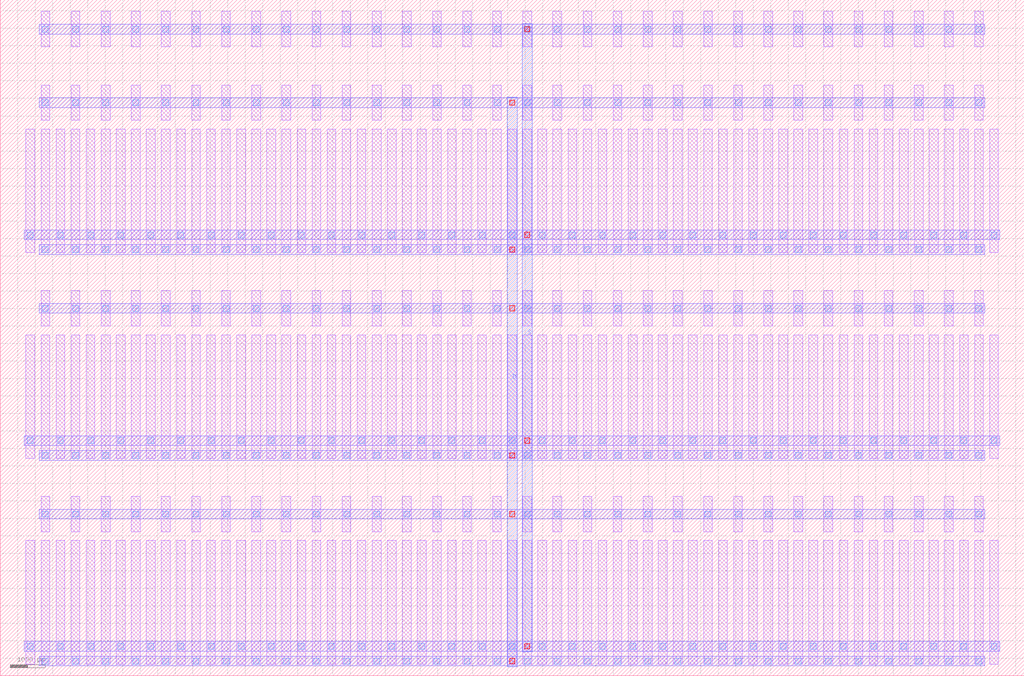
<source format=lef>
MACRO DCL_NMOS_S_54772057_X32_Y3
  UNITS 
    DATABASE MICRONS UNITS 1000;
  END UNITS 
  ORIGIN 0 0 ;
  FOREIGN DCL_NMOS_S_54772057_X32_Y3 0 0 ;
  SIZE 29240 BY 19320 ;
  PIN D
    DIRECTION INOUT ;
    USE SIGNAL ;
    PORT
      LAYER M3 ;
        RECT 14480 260 14760 16540 ;
    END
  END D
  PIN S
    DIRECTION INOUT ;
    USE SIGNAL ;
    PORT
      LAYER M3 ;
        RECT 14910 680 15190 18640 ;
    END
  END S
  OBS
    LAYER M1 ;
      RECT 1165 335 1415 3865 ;
    LAYER M1 ;
      RECT 1165 4115 1415 5125 ;
    LAYER M1 ;
      RECT 1165 6215 1415 9745 ;
    LAYER M1 ;
      RECT 1165 9995 1415 11005 ;
    LAYER M1 ;
      RECT 1165 12095 1415 15625 ;
    LAYER M1 ;
      RECT 1165 15875 1415 16885 ;
    LAYER M1 ;
      RECT 1165 17975 1415 18985 ;
    LAYER M1 ;
      RECT 735 335 985 3865 ;
    LAYER M1 ;
      RECT 735 6215 985 9745 ;
    LAYER M1 ;
      RECT 735 12095 985 15625 ;
    LAYER M1 ;
      RECT 1595 335 1845 3865 ;
    LAYER M1 ;
      RECT 1595 6215 1845 9745 ;
    LAYER M1 ;
      RECT 1595 12095 1845 15625 ;
    LAYER M1 ;
      RECT 2025 335 2275 3865 ;
    LAYER M1 ;
      RECT 2025 4115 2275 5125 ;
    LAYER M1 ;
      RECT 2025 6215 2275 9745 ;
    LAYER M1 ;
      RECT 2025 9995 2275 11005 ;
    LAYER M1 ;
      RECT 2025 12095 2275 15625 ;
    LAYER M1 ;
      RECT 2025 15875 2275 16885 ;
    LAYER M1 ;
      RECT 2025 17975 2275 18985 ;
    LAYER M1 ;
      RECT 2455 335 2705 3865 ;
    LAYER M1 ;
      RECT 2455 6215 2705 9745 ;
    LAYER M1 ;
      RECT 2455 12095 2705 15625 ;
    LAYER M1 ;
      RECT 2885 335 3135 3865 ;
    LAYER M1 ;
      RECT 2885 4115 3135 5125 ;
    LAYER M1 ;
      RECT 2885 6215 3135 9745 ;
    LAYER M1 ;
      RECT 2885 9995 3135 11005 ;
    LAYER M1 ;
      RECT 2885 12095 3135 15625 ;
    LAYER M1 ;
      RECT 2885 15875 3135 16885 ;
    LAYER M1 ;
      RECT 2885 17975 3135 18985 ;
    LAYER M1 ;
      RECT 3315 335 3565 3865 ;
    LAYER M1 ;
      RECT 3315 6215 3565 9745 ;
    LAYER M1 ;
      RECT 3315 12095 3565 15625 ;
    LAYER M1 ;
      RECT 3745 335 3995 3865 ;
    LAYER M1 ;
      RECT 3745 4115 3995 5125 ;
    LAYER M1 ;
      RECT 3745 6215 3995 9745 ;
    LAYER M1 ;
      RECT 3745 9995 3995 11005 ;
    LAYER M1 ;
      RECT 3745 12095 3995 15625 ;
    LAYER M1 ;
      RECT 3745 15875 3995 16885 ;
    LAYER M1 ;
      RECT 3745 17975 3995 18985 ;
    LAYER M1 ;
      RECT 4175 335 4425 3865 ;
    LAYER M1 ;
      RECT 4175 6215 4425 9745 ;
    LAYER M1 ;
      RECT 4175 12095 4425 15625 ;
    LAYER M1 ;
      RECT 4605 335 4855 3865 ;
    LAYER M1 ;
      RECT 4605 4115 4855 5125 ;
    LAYER M1 ;
      RECT 4605 6215 4855 9745 ;
    LAYER M1 ;
      RECT 4605 9995 4855 11005 ;
    LAYER M1 ;
      RECT 4605 12095 4855 15625 ;
    LAYER M1 ;
      RECT 4605 15875 4855 16885 ;
    LAYER M1 ;
      RECT 4605 17975 4855 18985 ;
    LAYER M1 ;
      RECT 5035 335 5285 3865 ;
    LAYER M1 ;
      RECT 5035 6215 5285 9745 ;
    LAYER M1 ;
      RECT 5035 12095 5285 15625 ;
    LAYER M1 ;
      RECT 5465 335 5715 3865 ;
    LAYER M1 ;
      RECT 5465 4115 5715 5125 ;
    LAYER M1 ;
      RECT 5465 6215 5715 9745 ;
    LAYER M1 ;
      RECT 5465 9995 5715 11005 ;
    LAYER M1 ;
      RECT 5465 12095 5715 15625 ;
    LAYER M1 ;
      RECT 5465 15875 5715 16885 ;
    LAYER M1 ;
      RECT 5465 17975 5715 18985 ;
    LAYER M1 ;
      RECT 5895 335 6145 3865 ;
    LAYER M1 ;
      RECT 5895 6215 6145 9745 ;
    LAYER M1 ;
      RECT 5895 12095 6145 15625 ;
    LAYER M1 ;
      RECT 6325 335 6575 3865 ;
    LAYER M1 ;
      RECT 6325 4115 6575 5125 ;
    LAYER M1 ;
      RECT 6325 6215 6575 9745 ;
    LAYER M1 ;
      RECT 6325 9995 6575 11005 ;
    LAYER M1 ;
      RECT 6325 12095 6575 15625 ;
    LAYER M1 ;
      RECT 6325 15875 6575 16885 ;
    LAYER M1 ;
      RECT 6325 17975 6575 18985 ;
    LAYER M1 ;
      RECT 6755 335 7005 3865 ;
    LAYER M1 ;
      RECT 6755 6215 7005 9745 ;
    LAYER M1 ;
      RECT 6755 12095 7005 15625 ;
    LAYER M1 ;
      RECT 7185 335 7435 3865 ;
    LAYER M1 ;
      RECT 7185 4115 7435 5125 ;
    LAYER M1 ;
      RECT 7185 6215 7435 9745 ;
    LAYER M1 ;
      RECT 7185 9995 7435 11005 ;
    LAYER M1 ;
      RECT 7185 12095 7435 15625 ;
    LAYER M1 ;
      RECT 7185 15875 7435 16885 ;
    LAYER M1 ;
      RECT 7185 17975 7435 18985 ;
    LAYER M1 ;
      RECT 7615 335 7865 3865 ;
    LAYER M1 ;
      RECT 7615 6215 7865 9745 ;
    LAYER M1 ;
      RECT 7615 12095 7865 15625 ;
    LAYER M1 ;
      RECT 8045 335 8295 3865 ;
    LAYER M1 ;
      RECT 8045 4115 8295 5125 ;
    LAYER M1 ;
      RECT 8045 6215 8295 9745 ;
    LAYER M1 ;
      RECT 8045 9995 8295 11005 ;
    LAYER M1 ;
      RECT 8045 12095 8295 15625 ;
    LAYER M1 ;
      RECT 8045 15875 8295 16885 ;
    LAYER M1 ;
      RECT 8045 17975 8295 18985 ;
    LAYER M1 ;
      RECT 8475 335 8725 3865 ;
    LAYER M1 ;
      RECT 8475 6215 8725 9745 ;
    LAYER M1 ;
      RECT 8475 12095 8725 15625 ;
    LAYER M1 ;
      RECT 8905 335 9155 3865 ;
    LAYER M1 ;
      RECT 8905 4115 9155 5125 ;
    LAYER M1 ;
      RECT 8905 6215 9155 9745 ;
    LAYER M1 ;
      RECT 8905 9995 9155 11005 ;
    LAYER M1 ;
      RECT 8905 12095 9155 15625 ;
    LAYER M1 ;
      RECT 8905 15875 9155 16885 ;
    LAYER M1 ;
      RECT 8905 17975 9155 18985 ;
    LAYER M1 ;
      RECT 9335 335 9585 3865 ;
    LAYER M1 ;
      RECT 9335 6215 9585 9745 ;
    LAYER M1 ;
      RECT 9335 12095 9585 15625 ;
    LAYER M1 ;
      RECT 9765 335 10015 3865 ;
    LAYER M1 ;
      RECT 9765 4115 10015 5125 ;
    LAYER M1 ;
      RECT 9765 6215 10015 9745 ;
    LAYER M1 ;
      RECT 9765 9995 10015 11005 ;
    LAYER M1 ;
      RECT 9765 12095 10015 15625 ;
    LAYER M1 ;
      RECT 9765 15875 10015 16885 ;
    LAYER M1 ;
      RECT 9765 17975 10015 18985 ;
    LAYER M1 ;
      RECT 10195 335 10445 3865 ;
    LAYER M1 ;
      RECT 10195 6215 10445 9745 ;
    LAYER M1 ;
      RECT 10195 12095 10445 15625 ;
    LAYER M1 ;
      RECT 10625 335 10875 3865 ;
    LAYER M1 ;
      RECT 10625 4115 10875 5125 ;
    LAYER M1 ;
      RECT 10625 6215 10875 9745 ;
    LAYER M1 ;
      RECT 10625 9995 10875 11005 ;
    LAYER M1 ;
      RECT 10625 12095 10875 15625 ;
    LAYER M1 ;
      RECT 10625 15875 10875 16885 ;
    LAYER M1 ;
      RECT 10625 17975 10875 18985 ;
    LAYER M1 ;
      RECT 11055 335 11305 3865 ;
    LAYER M1 ;
      RECT 11055 6215 11305 9745 ;
    LAYER M1 ;
      RECT 11055 12095 11305 15625 ;
    LAYER M1 ;
      RECT 11485 335 11735 3865 ;
    LAYER M1 ;
      RECT 11485 4115 11735 5125 ;
    LAYER M1 ;
      RECT 11485 6215 11735 9745 ;
    LAYER M1 ;
      RECT 11485 9995 11735 11005 ;
    LAYER M1 ;
      RECT 11485 12095 11735 15625 ;
    LAYER M1 ;
      RECT 11485 15875 11735 16885 ;
    LAYER M1 ;
      RECT 11485 17975 11735 18985 ;
    LAYER M1 ;
      RECT 11915 335 12165 3865 ;
    LAYER M1 ;
      RECT 11915 6215 12165 9745 ;
    LAYER M1 ;
      RECT 11915 12095 12165 15625 ;
    LAYER M1 ;
      RECT 12345 335 12595 3865 ;
    LAYER M1 ;
      RECT 12345 4115 12595 5125 ;
    LAYER M1 ;
      RECT 12345 6215 12595 9745 ;
    LAYER M1 ;
      RECT 12345 9995 12595 11005 ;
    LAYER M1 ;
      RECT 12345 12095 12595 15625 ;
    LAYER M1 ;
      RECT 12345 15875 12595 16885 ;
    LAYER M1 ;
      RECT 12345 17975 12595 18985 ;
    LAYER M1 ;
      RECT 12775 335 13025 3865 ;
    LAYER M1 ;
      RECT 12775 6215 13025 9745 ;
    LAYER M1 ;
      RECT 12775 12095 13025 15625 ;
    LAYER M1 ;
      RECT 13205 335 13455 3865 ;
    LAYER M1 ;
      RECT 13205 4115 13455 5125 ;
    LAYER M1 ;
      RECT 13205 6215 13455 9745 ;
    LAYER M1 ;
      RECT 13205 9995 13455 11005 ;
    LAYER M1 ;
      RECT 13205 12095 13455 15625 ;
    LAYER M1 ;
      RECT 13205 15875 13455 16885 ;
    LAYER M1 ;
      RECT 13205 17975 13455 18985 ;
    LAYER M1 ;
      RECT 13635 335 13885 3865 ;
    LAYER M1 ;
      RECT 13635 6215 13885 9745 ;
    LAYER M1 ;
      RECT 13635 12095 13885 15625 ;
    LAYER M1 ;
      RECT 14065 335 14315 3865 ;
    LAYER M1 ;
      RECT 14065 4115 14315 5125 ;
    LAYER M1 ;
      RECT 14065 6215 14315 9745 ;
    LAYER M1 ;
      RECT 14065 9995 14315 11005 ;
    LAYER M1 ;
      RECT 14065 12095 14315 15625 ;
    LAYER M1 ;
      RECT 14065 15875 14315 16885 ;
    LAYER M1 ;
      RECT 14065 17975 14315 18985 ;
    LAYER M1 ;
      RECT 14495 335 14745 3865 ;
    LAYER M1 ;
      RECT 14495 6215 14745 9745 ;
    LAYER M1 ;
      RECT 14495 12095 14745 15625 ;
    LAYER M1 ;
      RECT 14925 335 15175 3865 ;
    LAYER M1 ;
      RECT 14925 4115 15175 5125 ;
    LAYER M1 ;
      RECT 14925 6215 15175 9745 ;
    LAYER M1 ;
      RECT 14925 9995 15175 11005 ;
    LAYER M1 ;
      RECT 14925 12095 15175 15625 ;
    LAYER M1 ;
      RECT 14925 15875 15175 16885 ;
    LAYER M1 ;
      RECT 14925 17975 15175 18985 ;
    LAYER M1 ;
      RECT 15355 335 15605 3865 ;
    LAYER M1 ;
      RECT 15355 6215 15605 9745 ;
    LAYER M1 ;
      RECT 15355 12095 15605 15625 ;
    LAYER M1 ;
      RECT 15785 335 16035 3865 ;
    LAYER M1 ;
      RECT 15785 4115 16035 5125 ;
    LAYER M1 ;
      RECT 15785 6215 16035 9745 ;
    LAYER M1 ;
      RECT 15785 9995 16035 11005 ;
    LAYER M1 ;
      RECT 15785 12095 16035 15625 ;
    LAYER M1 ;
      RECT 15785 15875 16035 16885 ;
    LAYER M1 ;
      RECT 15785 17975 16035 18985 ;
    LAYER M1 ;
      RECT 16215 335 16465 3865 ;
    LAYER M1 ;
      RECT 16215 6215 16465 9745 ;
    LAYER M1 ;
      RECT 16215 12095 16465 15625 ;
    LAYER M1 ;
      RECT 16645 335 16895 3865 ;
    LAYER M1 ;
      RECT 16645 4115 16895 5125 ;
    LAYER M1 ;
      RECT 16645 6215 16895 9745 ;
    LAYER M1 ;
      RECT 16645 9995 16895 11005 ;
    LAYER M1 ;
      RECT 16645 12095 16895 15625 ;
    LAYER M1 ;
      RECT 16645 15875 16895 16885 ;
    LAYER M1 ;
      RECT 16645 17975 16895 18985 ;
    LAYER M1 ;
      RECT 17075 335 17325 3865 ;
    LAYER M1 ;
      RECT 17075 6215 17325 9745 ;
    LAYER M1 ;
      RECT 17075 12095 17325 15625 ;
    LAYER M1 ;
      RECT 17505 335 17755 3865 ;
    LAYER M1 ;
      RECT 17505 4115 17755 5125 ;
    LAYER M1 ;
      RECT 17505 6215 17755 9745 ;
    LAYER M1 ;
      RECT 17505 9995 17755 11005 ;
    LAYER M1 ;
      RECT 17505 12095 17755 15625 ;
    LAYER M1 ;
      RECT 17505 15875 17755 16885 ;
    LAYER M1 ;
      RECT 17505 17975 17755 18985 ;
    LAYER M1 ;
      RECT 17935 335 18185 3865 ;
    LAYER M1 ;
      RECT 17935 6215 18185 9745 ;
    LAYER M1 ;
      RECT 17935 12095 18185 15625 ;
    LAYER M1 ;
      RECT 18365 335 18615 3865 ;
    LAYER M1 ;
      RECT 18365 4115 18615 5125 ;
    LAYER M1 ;
      RECT 18365 6215 18615 9745 ;
    LAYER M1 ;
      RECT 18365 9995 18615 11005 ;
    LAYER M1 ;
      RECT 18365 12095 18615 15625 ;
    LAYER M1 ;
      RECT 18365 15875 18615 16885 ;
    LAYER M1 ;
      RECT 18365 17975 18615 18985 ;
    LAYER M1 ;
      RECT 18795 335 19045 3865 ;
    LAYER M1 ;
      RECT 18795 6215 19045 9745 ;
    LAYER M1 ;
      RECT 18795 12095 19045 15625 ;
    LAYER M1 ;
      RECT 19225 335 19475 3865 ;
    LAYER M1 ;
      RECT 19225 4115 19475 5125 ;
    LAYER M1 ;
      RECT 19225 6215 19475 9745 ;
    LAYER M1 ;
      RECT 19225 9995 19475 11005 ;
    LAYER M1 ;
      RECT 19225 12095 19475 15625 ;
    LAYER M1 ;
      RECT 19225 15875 19475 16885 ;
    LAYER M1 ;
      RECT 19225 17975 19475 18985 ;
    LAYER M1 ;
      RECT 19655 335 19905 3865 ;
    LAYER M1 ;
      RECT 19655 6215 19905 9745 ;
    LAYER M1 ;
      RECT 19655 12095 19905 15625 ;
    LAYER M1 ;
      RECT 20085 335 20335 3865 ;
    LAYER M1 ;
      RECT 20085 4115 20335 5125 ;
    LAYER M1 ;
      RECT 20085 6215 20335 9745 ;
    LAYER M1 ;
      RECT 20085 9995 20335 11005 ;
    LAYER M1 ;
      RECT 20085 12095 20335 15625 ;
    LAYER M1 ;
      RECT 20085 15875 20335 16885 ;
    LAYER M1 ;
      RECT 20085 17975 20335 18985 ;
    LAYER M1 ;
      RECT 20515 335 20765 3865 ;
    LAYER M1 ;
      RECT 20515 6215 20765 9745 ;
    LAYER M1 ;
      RECT 20515 12095 20765 15625 ;
    LAYER M1 ;
      RECT 20945 335 21195 3865 ;
    LAYER M1 ;
      RECT 20945 4115 21195 5125 ;
    LAYER M1 ;
      RECT 20945 6215 21195 9745 ;
    LAYER M1 ;
      RECT 20945 9995 21195 11005 ;
    LAYER M1 ;
      RECT 20945 12095 21195 15625 ;
    LAYER M1 ;
      RECT 20945 15875 21195 16885 ;
    LAYER M1 ;
      RECT 20945 17975 21195 18985 ;
    LAYER M1 ;
      RECT 21375 335 21625 3865 ;
    LAYER M1 ;
      RECT 21375 6215 21625 9745 ;
    LAYER M1 ;
      RECT 21375 12095 21625 15625 ;
    LAYER M1 ;
      RECT 21805 335 22055 3865 ;
    LAYER M1 ;
      RECT 21805 4115 22055 5125 ;
    LAYER M1 ;
      RECT 21805 6215 22055 9745 ;
    LAYER M1 ;
      RECT 21805 9995 22055 11005 ;
    LAYER M1 ;
      RECT 21805 12095 22055 15625 ;
    LAYER M1 ;
      RECT 21805 15875 22055 16885 ;
    LAYER M1 ;
      RECT 21805 17975 22055 18985 ;
    LAYER M1 ;
      RECT 22235 335 22485 3865 ;
    LAYER M1 ;
      RECT 22235 6215 22485 9745 ;
    LAYER M1 ;
      RECT 22235 12095 22485 15625 ;
    LAYER M1 ;
      RECT 22665 335 22915 3865 ;
    LAYER M1 ;
      RECT 22665 4115 22915 5125 ;
    LAYER M1 ;
      RECT 22665 6215 22915 9745 ;
    LAYER M1 ;
      RECT 22665 9995 22915 11005 ;
    LAYER M1 ;
      RECT 22665 12095 22915 15625 ;
    LAYER M1 ;
      RECT 22665 15875 22915 16885 ;
    LAYER M1 ;
      RECT 22665 17975 22915 18985 ;
    LAYER M1 ;
      RECT 23095 335 23345 3865 ;
    LAYER M1 ;
      RECT 23095 6215 23345 9745 ;
    LAYER M1 ;
      RECT 23095 12095 23345 15625 ;
    LAYER M1 ;
      RECT 23525 335 23775 3865 ;
    LAYER M1 ;
      RECT 23525 4115 23775 5125 ;
    LAYER M1 ;
      RECT 23525 6215 23775 9745 ;
    LAYER M1 ;
      RECT 23525 9995 23775 11005 ;
    LAYER M1 ;
      RECT 23525 12095 23775 15625 ;
    LAYER M1 ;
      RECT 23525 15875 23775 16885 ;
    LAYER M1 ;
      RECT 23525 17975 23775 18985 ;
    LAYER M1 ;
      RECT 23955 335 24205 3865 ;
    LAYER M1 ;
      RECT 23955 6215 24205 9745 ;
    LAYER M1 ;
      RECT 23955 12095 24205 15625 ;
    LAYER M1 ;
      RECT 24385 335 24635 3865 ;
    LAYER M1 ;
      RECT 24385 4115 24635 5125 ;
    LAYER M1 ;
      RECT 24385 6215 24635 9745 ;
    LAYER M1 ;
      RECT 24385 9995 24635 11005 ;
    LAYER M1 ;
      RECT 24385 12095 24635 15625 ;
    LAYER M1 ;
      RECT 24385 15875 24635 16885 ;
    LAYER M1 ;
      RECT 24385 17975 24635 18985 ;
    LAYER M1 ;
      RECT 24815 335 25065 3865 ;
    LAYER M1 ;
      RECT 24815 6215 25065 9745 ;
    LAYER M1 ;
      RECT 24815 12095 25065 15625 ;
    LAYER M1 ;
      RECT 25245 335 25495 3865 ;
    LAYER M1 ;
      RECT 25245 4115 25495 5125 ;
    LAYER M1 ;
      RECT 25245 6215 25495 9745 ;
    LAYER M1 ;
      RECT 25245 9995 25495 11005 ;
    LAYER M1 ;
      RECT 25245 12095 25495 15625 ;
    LAYER M1 ;
      RECT 25245 15875 25495 16885 ;
    LAYER M1 ;
      RECT 25245 17975 25495 18985 ;
    LAYER M1 ;
      RECT 25675 335 25925 3865 ;
    LAYER M1 ;
      RECT 25675 6215 25925 9745 ;
    LAYER M1 ;
      RECT 25675 12095 25925 15625 ;
    LAYER M1 ;
      RECT 26105 335 26355 3865 ;
    LAYER M1 ;
      RECT 26105 4115 26355 5125 ;
    LAYER M1 ;
      RECT 26105 6215 26355 9745 ;
    LAYER M1 ;
      RECT 26105 9995 26355 11005 ;
    LAYER M1 ;
      RECT 26105 12095 26355 15625 ;
    LAYER M1 ;
      RECT 26105 15875 26355 16885 ;
    LAYER M1 ;
      RECT 26105 17975 26355 18985 ;
    LAYER M1 ;
      RECT 26535 335 26785 3865 ;
    LAYER M1 ;
      RECT 26535 6215 26785 9745 ;
    LAYER M1 ;
      RECT 26535 12095 26785 15625 ;
    LAYER M1 ;
      RECT 26965 335 27215 3865 ;
    LAYER M1 ;
      RECT 26965 4115 27215 5125 ;
    LAYER M1 ;
      RECT 26965 6215 27215 9745 ;
    LAYER M1 ;
      RECT 26965 9995 27215 11005 ;
    LAYER M1 ;
      RECT 26965 12095 27215 15625 ;
    LAYER M1 ;
      RECT 26965 15875 27215 16885 ;
    LAYER M1 ;
      RECT 26965 17975 27215 18985 ;
    LAYER M1 ;
      RECT 27395 335 27645 3865 ;
    LAYER M1 ;
      RECT 27395 6215 27645 9745 ;
    LAYER M1 ;
      RECT 27395 12095 27645 15625 ;
    LAYER M1 ;
      RECT 27825 335 28075 3865 ;
    LAYER M1 ;
      RECT 27825 4115 28075 5125 ;
    LAYER M1 ;
      RECT 27825 6215 28075 9745 ;
    LAYER M1 ;
      RECT 27825 9995 28075 11005 ;
    LAYER M1 ;
      RECT 27825 12095 28075 15625 ;
    LAYER M1 ;
      RECT 27825 15875 28075 16885 ;
    LAYER M1 ;
      RECT 27825 17975 28075 18985 ;
    LAYER M1 ;
      RECT 28255 335 28505 3865 ;
    LAYER M1 ;
      RECT 28255 6215 28505 9745 ;
    LAYER M1 ;
      RECT 28255 12095 28505 15625 ;
    LAYER M2 ;
      RECT 1120 280 28120 560 ;
    LAYER M2 ;
      RECT 1120 4480 28120 4760 ;
    LAYER M2 ;
      RECT 690 700 28550 980 ;
    LAYER M2 ;
      RECT 1120 6160 28120 6440 ;
    LAYER M2 ;
      RECT 1120 10360 28120 10640 ;
    LAYER M2 ;
      RECT 690 6580 28550 6860 ;
    LAYER M2 ;
      RECT 1120 12040 28120 12320 ;
    LAYER M2 ;
      RECT 1120 16240 28120 16520 ;
    LAYER M2 ;
      RECT 1120 18340 28120 18620 ;
    LAYER M2 ;
      RECT 690 12460 28550 12740 ;
    LAYER V1 ;
      RECT 1205 335 1375 505 ;
    LAYER V1 ;
      RECT 1205 4535 1375 4705 ;
    LAYER V1 ;
      RECT 1205 6215 1375 6385 ;
    LAYER V1 ;
      RECT 1205 10415 1375 10585 ;
    LAYER V1 ;
      RECT 1205 12095 1375 12265 ;
    LAYER V1 ;
      RECT 1205 16295 1375 16465 ;
    LAYER V1 ;
      RECT 1205 18395 1375 18565 ;
    LAYER V1 ;
      RECT 2065 335 2235 505 ;
    LAYER V1 ;
      RECT 2065 4535 2235 4705 ;
    LAYER V1 ;
      RECT 2065 6215 2235 6385 ;
    LAYER V1 ;
      RECT 2065 10415 2235 10585 ;
    LAYER V1 ;
      RECT 2065 12095 2235 12265 ;
    LAYER V1 ;
      RECT 2065 16295 2235 16465 ;
    LAYER V1 ;
      RECT 2065 18395 2235 18565 ;
    LAYER V1 ;
      RECT 2925 335 3095 505 ;
    LAYER V1 ;
      RECT 2925 4535 3095 4705 ;
    LAYER V1 ;
      RECT 2925 6215 3095 6385 ;
    LAYER V1 ;
      RECT 2925 10415 3095 10585 ;
    LAYER V1 ;
      RECT 2925 12095 3095 12265 ;
    LAYER V1 ;
      RECT 2925 16295 3095 16465 ;
    LAYER V1 ;
      RECT 2925 18395 3095 18565 ;
    LAYER V1 ;
      RECT 3785 335 3955 505 ;
    LAYER V1 ;
      RECT 3785 4535 3955 4705 ;
    LAYER V1 ;
      RECT 3785 6215 3955 6385 ;
    LAYER V1 ;
      RECT 3785 10415 3955 10585 ;
    LAYER V1 ;
      RECT 3785 12095 3955 12265 ;
    LAYER V1 ;
      RECT 3785 16295 3955 16465 ;
    LAYER V1 ;
      RECT 3785 18395 3955 18565 ;
    LAYER V1 ;
      RECT 4645 335 4815 505 ;
    LAYER V1 ;
      RECT 4645 4535 4815 4705 ;
    LAYER V1 ;
      RECT 4645 6215 4815 6385 ;
    LAYER V1 ;
      RECT 4645 10415 4815 10585 ;
    LAYER V1 ;
      RECT 4645 12095 4815 12265 ;
    LAYER V1 ;
      RECT 4645 16295 4815 16465 ;
    LAYER V1 ;
      RECT 4645 18395 4815 18565 ;
    LAYER V1 ;
      RECT 5505 335 5675 505 ;
    LAYER V1 ;
      RECT 5505 4535 5675 4705 ;
    LAYER V1 ;
      RECT 5505 6215 5675 6385 ;
    LAYER V1 ;
      RECT 5505 10415 5675 10585 ;
    LAYER V1 ;
      RECT 5505 12095 5675 12265 ;
    LAYER V1 ;
      RECT 5505 16295 5675 16465 ;
    LAYER V1 ;
      RECT 5505 18395 5675 18565 ;
    LAYER V1 ;
      RECT 6365 335 6535 505 ;
    LAYER V1 ;
      RECT 6365 4535 6535 4705 ;
    LAYER V1 ;
      RECT 6365 6215 6535 6385 ;
    LAYER V1 ;
      RECT 6365 10415 6535 10585 ;
    LAYER V1 ;
      RECT 6365 12095 6535 12265 ;
    LAYER V1 ;
      RECT 6365 16295 6535 16465 ;
    LAYER V1 ;
      RECT 6365 18395 6535 18565 ;
    LAYER V1 ;
      RECT 7225 335 7395 505 ;
    LAYER V1 ;
      RECT 7225 4535 7395 4705 ;
    LAYER V1 ;
      RECT 7225 6215 7395 6385 ;
    LAYER V1 ;
      RECT 7225 10415 7395 10585 ;
    LAYER V1 ;
      RECT 7225 12095 7395 12265 ;
    LAYER V1 ;
      RECT 7225 16295 7395 16465 ;
    LAYER V1 ;
      RECT 7225 18395 7395 18565 ;
    LAYER V1 ;
      RECT 8085 335 8255 505 ;
    LAYER V1 ;
      RECT 8085 4535 8255 4705 ;
    LAYER V1 ;
      RECT 8085 6215 8255 6385 ;
    LAYER V1 ;
      RECT 8085 10415 8255 10585 ;
    LAYER V1 ;
      RECT 8085 12095 8255 12265 ;
    LAYER V1 ;
      RECT 8085 16295 8255 16465 ;
    LAYER V1 ;
      RECT 8085 18395 8255 18565 ;
    LAYER V1 ;
      RECT 8945 335 9115 505 ;
    LAYER V1 ;
      RECT 8945 4535 9115 4705 ;
    LAYER V1 ;
      RECT 8945 6215 9115 6385 ;
    LAYER V1 ;
      RECT 8945 10415 9115 10585 ;
    LAYER V1 ;
      RECT 8945 12095 9115 12265 ;
    LAYER V1 ;
      RECT 8945 16295 9115 16465 ;
    LAYER V1 ;
      RECT 8945 18395 9115 18565 ;
    LAYER V1 ;
      RECT 9805 335 9975 505 ;
    LAYER V1 ;
      RECT 9805 4535 9975 4705 ;
    LAYER V1 ;
      RECT 9805 6215 9975 6385 ;
    LAYER V1 ;
      RECT 9805 10415 9975 10585 ;
    LAYER V1 ;
      RECT 9805 12095 9975 12265 ;
    LAYER V1 ;
      RECT 9805 16295 9975 16465 ;
    LAYER V1 ;
      RECT 9805 18395 9975 18565 ;
    LAYER V1 ;
      RECT 10665 335 10835 505 ;
    LAYER V1 ;
      RECT 10665 4535 10835 4705 ;
    LAYER V1 ;
      RECT 10665 6215 10835 6385 ;
    LAYER V1 ;
      RECT 10665 10415 10835 10585 ;
    LAYER V1 ;
      RECT 10665 12095 10835 12265 ;
    LAYER V1 ;
      RECT 10665 16295 10835 16465 ;
    LAYER V1 ;
      RECT 10665 18395 10835 18565 ;
    LAYER V1 ;
      RECT 11525 335 11695 505 ;
    LAYER V1 ;
      RECT 11525 4535 11695 4705 ;
    LAYER V1 ;
      RECT 11525 6215 11695 6385 ;
    LAYER V1 ;
      RECT 11525 10415 11695 10585 ;
    LAYER V1 ;
      RECT 11525 12095 11695 12265 ;
    LAYER V1 ;
      RECT 11525 16295 11695 16465 ;
    LAYER V1 ;
      RECT 11525 18395 11695 18565 ;
    LAYER V1 ;
      RECT 12385 335 12555 505 ;
    LAYER V1 ;
      RECT 12385 4535 12555 4705 ;
    LAYER V1 ;
      RECT 12385 6215 12555 6385 ;
    LAYER V1 ;
      RECT 12385 10415 12555 10585 ;
    LAYER V1 ;
      RECT 12385 12095 12555 12265 ;
    LAYER V1 ;
      RECT 12385 16295 12555 16465 ;
    LAYER V1 ;
      RECT 12385 18395 12555 18565 ;
    LAYER V1 ;
      RECT 13245 335 13415 505 ;
    LAYER V1 ;
      RECT 13245 4535 13415 4705 ;
    LAYER V1 ;
      RECT 13245 6215 13415 6385 ;
    LAYER V1 ;
      RECT 13245 10415 13415 10585 ;
    LAYER V1 ;
      RECT 13245 12095 13415 12265 ;
    LAYER V1 ;
      RECT 13245 16295 13415 16465 ;
    LAYER V1 ;
      RECT 13245 18395 13415 18565 ;
    LAYER V1 ;
      RECT 14105 335 14275 505 ;
    LAYER V1 ;
      RECT 14105 4535 14275 4705 ;
    LAYER V1 ;
      RECT 14105 6215 14275 6385 ;
    LAYER V1 ;
      RECT 14105 10415 14275 10585 ;
    LAYER V1 ;
      RECT 14105 12095 14275 12265 ;
    LAYER V1 ;
      RECT 14105 16295 14275 16465 ;
    LAYER V1 ;
      RECT 14105 18395 14275 18565 ;
    LAYER V1 ;
      RECT 14965 335 15135 505 ;
    LAYER V1 ;
      RECT 14965 4535 15135 4705 ;
    LAYER V1 ;
      RECT 14965 6215 15135 6385 ;
    LAYER V1 ;
      RECT 14965 10415 15135 10585 ;
    LAYER V1 ;
      RECT 14965 12095 15135 12265 ;
    LAYER V1 ;
      RECT 14965 16295 15135 16465 ;
    LAYER V1 ;
      RECT 14965 18395 15135 18565 ;
    LAYER V1 ;
      RECT 15825 335 15995 505 ;
    LAYER V1 ;
      RECT 15825 4535 15995 4705 ;
    LAYER V1 ;
      RECT 15825 6215 15995 6385 ;
    LAYER V1 ;
      RECT 15825 10415 15995 10585 ;
    LAYER V1 ;
      RECT 15825 12095 15995 12265 ;
    LAYER V1 ;
      RECT 15825 16295 15995 16465 ;
    LAYER V1 ;
      RECT 15825 18395 15995 18565 ;
    LAYER V1 ;
      RECT 16685 335 16855 505 ;
    LAYER V1 ;
      RECT 16685 4535 16855 4705 ;
    LAYER V1 ;
      RECT 16685 6215 16855 6385 ;
    LAYER V1 ;
      RECT 16685 10415 16855 10585 ;
    LAYER V1 ;
      RECT 16685 12095 16855 12265 ;
    LAYER V1 ;
      RECT 16685 16295 16855 16465 ;
    LAYER V1 ;
      RECT 16685 18395 16855 18565 ;
    LAYER V1 ;
      RECT 17545 335 17715 505 ;
    LAYER V1 ;
      RECT 17545 4535 17715 4705 ;
    LAYER V1 ;
      RECT 17545 6215 17715 6385 ;
    LAYER V1 ;
      RECT 17545 10415 17715 10585 ;
    LAYER V1 ;
      RECT 17545 12095 17715 12265 ;
    LAYER V1 ;
      RECT 17545 16295 17715 16465 ;
    LAYER V1 ;
      RECT 17545 18395 17715 18565 ;
    LAYER V1 ;
      RECT 18405 335 18575 505 ;
    LAYER V1 ;
      RECT 18405 4535 18575 4705 ;
    LAYER V1 ;
      RECT 18405 6215 18575 6385 ;
    LAYER V1 ;
      RECT 18405 10415 18575 10585 ;
    LAYER V1 ;
      RECT 18405 12095 18575 12265 ;
    LAYER V1 ;
      RECT 18405 16295 18575 16465 ;
    LAYER V1 ;
      RECT 18405 18395 18575 18565 ;
    LAYER V1 ;
      RECT 19265 335 19435 505 ;
    LAYER V1 ;
      RECT 19265 4535 19435 4705 ;
    LAYER V1 ;
      RECT 19265 6215 19435 6385 ;
    LAYER V1 ;
      RECT 19265 10415 19435 10585 ;
    LAYER V1 ;
      RECT 19265 12095 19435 12265 ;
    LAYER V1 ;
      RECT 19265 16295 19435 16465 ;
    LAYER V1 ;
      RECT 19265 18395 19435 18565 ;
    LAYER V1 ;
      RECT 20125 335 20295 505 ;
    LAYER V1 ;
      RECT 20125 4535 20295 4705 ;
    LAYER V1 ;
      RECT 20125 6215 20295 6385 ;
    LAYER V1 ;
      RECT 20125 10415 20295 10585 ;
    LAYER V1 ;
      RECT 20125 12095 20295 12265 ;
    LAYER V1 ;
      RECT 20125 16295 20295 16465 ;
    LAYER V1 ;
      RECT 20125 18395 20295 18565 ;
    LAYER V1 ;
      RECT 20985 335 21155 505 ;
    LAYER V1 ;
      RECT 20985 4535 21155 4705 ;
    LAYER V1 ;
      RECT 20985 6215 21155 6385 ;
    LAYER V1 ;
      RECT 20985 10415 21155 10585 ;
    LAYER V1 ;
      RECT 20985 12095 21155 12265 ;
    LAYER V1 ;
      RECT 20985 16295 21155 16465 ;
    LAYER V1 ;
      RECT 20985 18395 21155 18565 ;
    LAYER V1 ;
      RECT 21845 335 22015 505 ;
    LAYER V1 ;
      RECT 21845 4535 22015 4705 ;
    LAYER V1 ;
      RECT 21845 6215 22015 6385 ;
    LAYER V1 ;
      RECT 21845 10415 22015 10585 ;
    LAYER V1 ;
      RECT 21845 12095 22015 12265 ;
    LAYER V1 ;
      RECT 21845 16295 22015 16465 ;
    LAYER V1 ;
      RECT 21845 18395 22015 18565 ;
    LAYER V1 ;
      RECT 22705 335 22875 505 ;
    LAYER V1 ;
      RECT 22705 4535 22875 4705 ;
    LAYER V1 ;
      RECT 22705 6215 22875 6385 ;
    LAYER V1 ;
      RECT 22705 10415 22875 10585 ;
    LAYER V1 ;
      RECT 22705 12095 22875 12265 ;
    LAYER V1 ;
      RECT 22705 16295 22875 16465 ;
    LAYER V1 ;
      RECT 22705 18395 22875 18565 ;
    LAYER V1 ;
      RECT 23565 335 23735 505 ;
    LAYER V1 ;
      RECT 23565 4535 23735 4705 ;
    LAYER V1 ;
      RECT 23565 6215 23735 6385 ;
    LAYER V1 ;
      RECT 23565 10415 23735 10585 ;
    LAYER V1 ;
      RECT 23565 12095 23735 12265 ;
    LAYER V1 ;
      RECT 23565 16295 23735 16465 ;
    LAYER V1 ;
      RECT 23565 18395 23735 18565 ;
    LAYER V1 ;
      RECT 24425 335 24595 505 ;
    LAYER V1 ;
      RECT 24425 4535 24595 4705 ;
    LAYER V1 ;
      RECT 24425 6215 24595 6385 ;
    LAYER V1 ;
      RECT 24425 10415 24595 10585 ;
    LAYER V1 ;
      RECT 24425 12095 24595 12265 ;
    LAYER V1 ;
      RECT 24425 16295 24595 16465 ;
    LAYER V1 ;
      RECT 24425 18395 24595 18565 ;
    LAYER V1 ;
      RECT 25285 335 25455 505 ;
    LAYER V1 ;
      RECT 25285 4535 25455 4705 ;
    LAYER V1 ;
      RECT 25285 6215 25455 6385 ;
    LAYER V1 ;
      RECT 25285 10415 25455 10585 ;
    LAYER V1 ;
      RECT 25285 12095 25455 12265 ;
    LAYER V1 ;
      RECT 25285 16295 25455 16465 ;
    LAYER V1 ;
      RECT 25285 18395 25455 18565 ;
    LAYER V1 ;
      RECT 26145 335 26315 505 ;
    LAYER V1 ;
      RECT 26145 4535 26315 4705 ;
    LAYER V1 ;
      RECT 26145 6215 26315 6385 ;
    LAYER V1 ;
      RECT 26145 10415 26315 10585 ;
    LAYER V1 ;
      RECT 26145 12095 26315 12265 ;
    LAYER V1 ;
      RECT 26145 16295 26315 16465 ;
    LAYER V1 ;
      RECT 26145 18395 26315 18565 ;
    LAYER V1 ;
      RECT 27005 335 27175 505 ;
    LAYER V1 ;
      RECT 27005 4535 27175 4705 ;
    LAYER V1 ;
      RECT 27005 6215 27175 6385 ;
    LAYER V1 ;
      RECT 27005 10415 27175 10585 ;
    LAYER V1 ;
      RECT 27005 12095 27175 12265 ;
    LAYER V1 ;
      RECT 27005 16295 27175 16465 ;
    LAYER V1 ;
      RECT 27005 18395 27175 18565 ;
    LAYER V1 ;
      RECT 27865 335 28035 505 ;
    LAYER V1 ;
      RECT 27865 4535 28035 4705 ;
    LAYER V1 ;
      RECT 27865 6215 28035 6385 ;
    LAYER V1 ;
      RECT 27865 10415 28035 10585 ;
    LAYER V1 ;
      RECT 27865 12095 28035 12265 ;
    LAYER V1 ;
      RECT 27865 16295 28035 16465 ;
    LAYER V1 ;
      RECT 27865 18395 28035 18565 ;
    LAYER V1 ;
      RECT 775 755 945 925 ;
    LAYER V1 ;
      RECT 775 6635 945 6805 ;
    LAYER V1 ;
      RECT 775 12515 945 12685 ;
    LAYER V1 ;
      RECT 1635 755 1805 925 ;
    LAYER V1 ;
      RECT 1635 6635 1805 6805 ;
    LAYER V1 ;
      RECT 1635 12515 1805 12685 ;
    LAYER V1 ;
      RECT 2495 755 2665 925 ;
    LAYER V1 ;
      RECT 2495 6635 2665 6805 ;
    LAYER V1 ;
      RECT 2495 12515 2665 12685 ;
    LAYER V1 ;
      RECT 3355 755 3525 925 ;
    LAYER V1 ;
      RECT 3355 6635 3525 6805 ;
    LAYER V1 ;
      RECT 3355 12515 3525 12685 ;
    LAYER V1 ;
      RECT 4215 755 4385 925 ;
    LAYER V1 ;
      RECT 4215 6635 4385 6805 ;
    LAYER V1 ;
      RECT 4215 12515 4385 12685 ;
    LAYER V1 ;
      RECT 5075 755 5245 925 ;
    LAYER V1 ;
      RECT 5075 6635 5245 6805 ;
    LAYER V1 ;
      RECT 5075 12515 5245 12685 ;
    LAYER V1 ;
      RECT 5935 755 6105 925 ;
    LAYER V1 ;
      RECT 5935 6635 6105 6805 ;
    LAYER V1 ;
      RECT 5935 12515 6105 12685 ;
    LAYER V1 ;
      RECT 6795 755 6965 925 ;
    LAYER V1 ;
      RECT 6795 6635 6965 6805 ;
    LAYER V1 ;
      RECT 6795 12515 6965 12685 ;
    LAYER V1 ;
      RECT 7655 755 7825 925 ;
    LAYER V1 ;
      RECT 7655 6635 7825 6805 ;
    LAYER V1 ;
      RECT 7655 12515 7825 12685 ;
    LAYER V1 ;
      RECT 8515 755 8685 925 ;
    LAYER V1 ;
      RECT 8515 6635 8685 6805 ;
    LAYER V1 ;
      RECT 8515 12515 8685 12685 ;
    LAYER V1 ;
      RECT 9375 755 9545 925 ;
    LAYER V1 ;
      RECT 9375 6635 9545 6805 ;
    LAYER V1 ;
      RECT 9375 12515 9545 12685 ;
    LAYER V1 ;
      RECT 10235 755 10405 925 ;
    LAYER V1 ;
      RECT 10235 6635 10405 6805 ;
    LAYER V1 ;
      RECT 10235 12515 10405 12685 ;
    LAYER V1 ;
      RECT 11095 755 11265 925 ;
    LAYER V1 ;
      RECT 11095 6635 11265 6805 ;
    LAYER V1 ;
      RECT 11095 12515 11265 12685 ;
    LAYER V1 ;
      RECT 11955 755 12125 925 ;
    LAYER V1 ;
      RECT 11955 6635 12125 6805 ;
    LAYER V1 ;
      RECT 11955 12515 12125 12685 ;
    LAYER V1 ;
      RECT 12815 755 12985 925 ;
    LAYER V1 ;
      RECT 12815 6635 12985 6805 ;
    LAYER V1 ;
      RECT 12815 12515 12985 12685 ;
    LAYER V1 ;
      RECT 13675 755 13845 925 ;
    LAYER V1 ;
      RECT 13675 6635 13845 6805 ;
    LAYER V1 ;
      RECT 13675 12515 13845 12685 ;
    LAYER V1 ;
      RECT 14535 755 14705 925 ;
    LAYER V1 ;
      RECT 14535 6635 14705 6805 ;
    LAYER V1 ;
      RECT 14535 12515 14705 12685 ;
    LAYER V1 ;
      RECT 15395 755 15565 925 ;
    LAYER V1 ;
      RECT 15395 6635 15565 6805 ;
    LAYER V1 ;
      RECT 15395 12515 15565 12685 ;
    LAYER V1 ;
      RECT 16255 755 16425 925 ;
    LAYER V1 ;
      RECT 16255 6635 16425 6805 ;
    LAYER V1 ;
      RECT 16255 12515 16425 12685 ;
    LAYER V1 ;
      RECT 17115 755 17285 925 ;
    LAYER V1 ;
      RECT 17115 6635 17285 6805 ;
    LAYER V1 ;
      RECT 17115 12515 17285 12685 ;
    LAYER V1 ;
      RECT 17975 755 18145 925 ;
    LAYER V1 ;
      RECT 17975 6635 18145 6805 ;
    LAYER V1 ;
      RECT 17975 12515 18145 12685 ;
    LAYER V1 ;
      RECT 18835 755 19005 925 ;
    LAYER V1 ;
      RECT 18835 6635 19005 6805 ;
    LAYER V1 ;
      RECT 18835 12515 19005 12685 ;
    LAYER V1 ;
      RECT 19695 755 19865 925 ;
    LAYER V1 ;
      RECT 19695 6635 19865 6805 ;
    LAYER V1 ;
      RECT 19695 12515 19865 12685 ;
    LAYER V1 ;
      RECT 20555 755 20725 925 ;
    LAYER V1 ;
      RECT 20555 6635 20725 6805 ;
    LAYER V1 ;
      RECT 20555 12515 20725 12685 ;
    LAYER V1 ;
      RECT 21415 755 21585 925 ;
    LAYER V1 ;
      RECT 21415 6635 21585 6805 ;
    LAYER V1 ;
      RECT 21415 12515 21585 12685 ;
    LAYER V1 ;
      RECT 22275 755 22445 925 ;
    LAYER V1 ;
      RECT 22275 6635 22445 6805 ;
    LAYER V1 ;
      RECT 22275 12515 22445 12685 ;
    LAYER V1 ;
      RECT 23135 755 23305 925 ;
    LAYER V1 ;
      RECT 23135 6635 23305 6805 ;
    LAYER V1 ;
      RECT 23135 12515 23305 12685 ;
    LAYER V1 ;
      RECT 23995 755 24165 925 ;
    LAYER V1 ;
      RECT 23995 6635 24165 6805 ;
    LAYER V1 ;
      RECT 23995 12515 24165 12685 ;
    LAYER V1 ;
      RECT 24855 755 25025 925 ;
    LAYER V1 ;
      RECT 24855 6635 25025 6805 ;
    LAYER V1 ;
      RECT 24855 12515 25025 12685 ;
    LAYER V1 ;
      RECT 25715 755 25885 925 ;
    LAYER V1 ;
      RECT 25715 6635 25885 6805 ;
    LAYER V1 ;
      RECT 25715 12515 25885 12685 ;
    LAYER V1 ;
      RECT 26575 755 26745 925 ;
    LAYER V1 ;
      RECT 26575 6635 26745 6805 ;
    LAYER V1 ;
      RECT 26575 12515 26745 12685 ;
    LAYER V1 ;
      RECT 27435 755 27605 925 ;
    LAYER V1 ;
      RECT 27435 6635 27605 6805 ;
    LAYER V1 ;
      RECT 27435 12515 27605 12685 ;
    LAYER V1 ;
      RECT 28295 755 28465 925 ;
    LAYER V1 ;
      RECT 28295 6635 28465 6805 ;
    LAYER V1 ;
      RECT 28295 12515 28465 12685 ;
    LAYER V2 ;
      RECT 14545 345 14695 495 ;
    LAYER V2 ;
      RECT 14545 4545 14695 4695 ;
    LAYER V2 ;
      RECT 14545 6225 14695 6375 ;
    LAYER V2 ;
      RECT 14545 10425 14695 10575 ;
    LAYER V2 ;
      RECT 14545 12105 14695 12255 ;
    LAYER V2 ;
      RECT 14545 16305 14695 16455 ;
    LAYER V2 ;
      RECT 14975 765 15125 915 ;
    LAYER V2 ;
      RECT 14975 6645 15125 6795 ;
    LAYER V2 ;
      RECT 14975 12525 15125 12675 ;
    LAYER V2 ;
      RECT 14975 18405 15125 18555 ;
  END
END DCL_NMOS_S_54772057_X32_Y3

</source>
